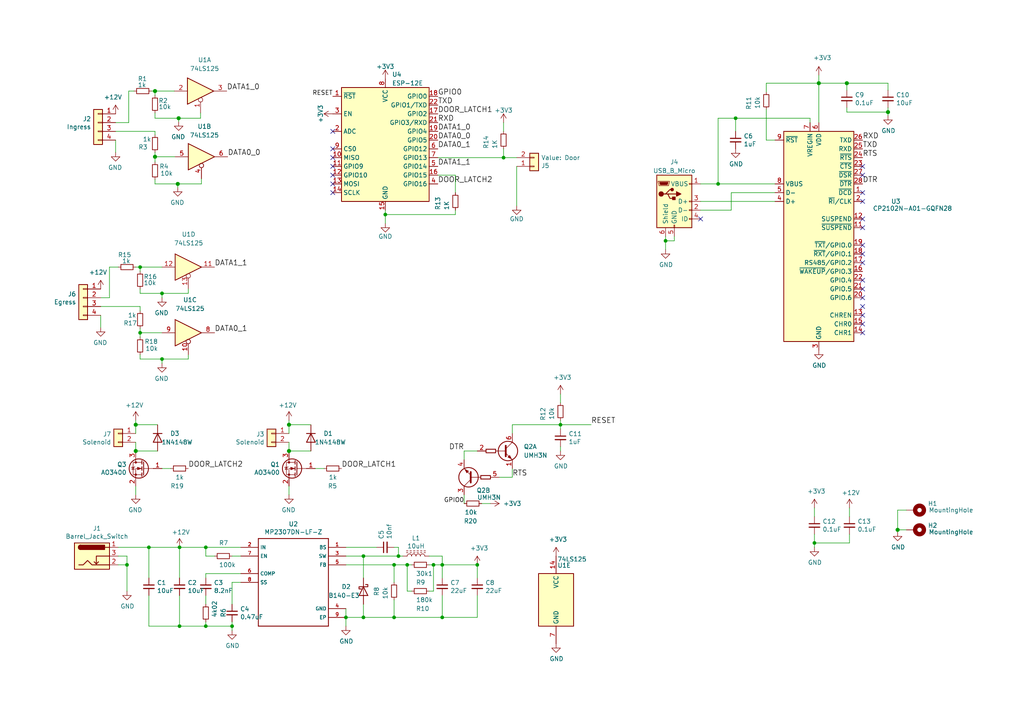
<source format=kicad_sch>
(kicad_sch (version 20230819) (generator eeschema)
  (paper "A4")
  (lib_symbols
    (symbol "74xx:74LS125"
      (property "Reference" "U" (at 0 1.27 0))
      (property "Value" "74LS125" (at 0 -1.27 0))
      (symbol "74LS125_1_0"
        (pin input inverted (at 0 -6.35 90) (length 4.445) (name "~") (number "1"))
        (pin input line (at -7.62 0 0) (length 3.81) (name "~") (number "2"))
        (pin tri_state line (at 7.62 0 180) (length 3.81) (name "~") (number "3"))
      )
      (symbol "74LS125_2_0"
        (pin input inverted (at 0 -6.35 90) (length 4.445) (name "~") (number "4"))
        (pin input line (at -7.62 0 0) (length 3.81) (name "~") (number "5"))
        (pin tri_state line (at 7.62 0 180) (length 3.81) (name "~") (number "6"))
      )
      (symbol "74LS125_3_0"
        (pin input inverted (at 0 -6.35 90) (length 4.445) (name "~") (number "10"))
        (pin tri_state line (at 7.62 0 180) (length 3.81) (name "~") (number "8"))
        (pin input line (at -7.62 0 0) (length 3.81) (name "~") (number "9"))
      )
      (symbol "74LS125_4_0"
        (pin tri_state line (at 7.62 0 180) (length 3.81) (name "~") (number "11"))
        (pin input line (at -7.62 0 0) (length 3.81) (name "~") (number "12"))
        (pin input inverted (at 0 -6.35 90) (length 4.445) (name "~") (number "13"))
      )
      (symbol "74LS125_5_0"
        (pin power_in line (at 0 12.7 270) (length 5.08) (name "VCC") (number "14"))
        (pin power_in line (at 0 -12.7 90) (length 5.08) (name "GND") (number "7"))
      )
    )
    (symbol "Connector:Barrel_Jack_Switch" (pin_names hide)
      (property "Reference" "J" (at 0 5.334 0))
      (property "Value" "Barrel_Jack_Switch" (at 0 -5.08 0))
      (symbol "Barrel_Jack_Switch_1_1"
        (pin passive line (at 7.62 2.54 180) (length 2.54) (name "~") (number "1"))
        (pin passive line (at 7.62 -2.54 180) (length 2.54) (name "~") (number "2"))
        (pin passive line (at 7.62 0 180) (length 2.54) (name "~") (number "3"))
      )
    )
    (symbol "Connector:USB_B_Micro" (pin_names (offset 1.016))
      (property "Reference" "J" (at -5.08 11.43 0))
      (property "Value" "USB_B_Micro" (at -5.08 8.89 0))
      (symbol "USB_B_Micro_1_1"
        (pin power_out line (at 7.62 5.08 180) (length 2.54) (name "VBUS") (number "1"))
        (pin bidirectional line (at 7.62 -2.54 180) (length 2.54) (name "D-") (number "2"))
        (pin bidirectional line (at 7.62 0 180) (length 2.54) (name "D+") (number "3"))
        (pin passive line (at 7.62 -5.08 180) (length 2.54) (name "ID") (number "4"))
        (pin power_out line (at 0 -10.16 90) (length 2.54) (name "GND") (number "5"))
        (pin passive line (at -2.54 -10.16 90) (length 2.54) (name "Shield") (number "6"))
      )
    )
    (symbol "Connector_Generic:Conn_01x02" (pin_names hide)
      (property "Reference" "J" (at 0 2.54 0))
      (property "Value" "Conn_01x02" (at 0 -5.08 0))
      (symbol "Conn_01x02_1_1"
        (pin passive line (at -5.08 0 0) (length 3.81) (name "Pin_1") (number "1"))
        (pin passive line (at -5.08 -2.54 0) (length 3.81) (name "Pin_2") (number "2"))
      )
    )
    (symbol "Connector_Generic:Conn_01x04" (pin_names hide)
      (property "Reference" "J" (at 0 5.08 0))
      (property "Value" "Conn_01x04" (at 0 -7.62 0))
      (symbol "Conn_01x04_1_1"
        (pin passive line (at -5.08 2.54 0) (length 3.81) (name "Pin_1") (number "1"))
        (pin passive line (at -5.08 0 0) (length 3.81) (name "Pin_2") (number "2"))
        (pin passive line (at -5.08 -2.54 0) (length 3.81) (name "Pin_3") (number "3"))
        (pin passive line (at -5.08 -5.08 0) (length 3.81) (name "Pin_4") (number "4"))
      )
    )
    (symbol "Device:C_Small" (pin_numbers hide) (pin_names (offset 0.254) hide)
      (property "Reference" "C" (at 0.254 1.778 0))
      (property "Value" "C_Small" (at 0.254 -2.032 0))
      (symbol "C_Small_1_1"
        (pin passive line (at 0 2.54 270) (length 2.032) (name "~") (number "1"))
        (pin passive line (at 0 -2.54 90) (length 2.032) (name "~") (number "2"))
      )
    )
    (symbol "Device:L_Core_Ferrite" (pin_numbers hide) (pin_names hide)
      (property "Reference" "L" (at -1.27 0 90))
      (property "Value" "L_Core_Ferrite" (at 2.794 0 90))
      (symbol "L_Core_Ferrite_1_1"
        (pin passive line (at 0 3.81 270) (length 1.27) (name "1") (number "1"))
        (pin passive line (at 0 -3.81 90) (length 1.27) (name "2") (number "2"))
      )
    )
    (symbol "Device:R_Small" (pin_numbers hide) (pin_names (offset 0.254) hide)
      (property "Reference" "R" (at 0.762 0.508 0))
      (property "Value" "R_Small" (at 0.762 -1.016 0))
      (symbol "R_Small_1_1"
        (pin passive line (at 0 2.54 270) (length 0.762) (name "~") (number "1"))
        (pin passive line (at 0 -2.54 90) (length 0.762) (name "~") (number "2"))
      )
    )
    (symbol "Device:R_Small_3" (pin_numbers hide) (pin_names (offset 0.254) hide)
      (property "Reference" "R" (at 0.762 0.508 0))
      (property "Value" "R_Small" (at 0.762 -1.016 0))
      (symbol "R_Small_3_1_1"
        (pin passive line (at 0 2.54 270) (length 0.762) (name "~") (number "1"))
        (pin passive line (at 0 -2.54 90) (length 0.762) (name "~") (number "2"))
      )
    )
    (symbol "Diode:1N4148W" (pin_numbers hide) (pin_names hide)
      (property "Reference" "D" (at 0 2.54 0))
      (property "Value" "1N4148W" (at 0 -2.54 0))
      (symbol "1N4148W_1_1"
        (pin passive line (at -3.81 0 0) (length 2.54) (name "K") (number "1"))
        (pin passive line (at 3.81 0 180) (length 2.54) (name "A") (number "2"))
      )
    )
    (symbol "Diode:B140-E3" (pin_numbers hide) (pin_names hide)
      (property "Reference" "D" (at 0 2.54 0))
      (property "Value" "B140-E3" (at 0 -2.54 0))
      (symbol "B140-E3_1_1"
        (pin passive line (at -3.81 0 0) (length 2.54) (name "K") (number "1"))
        (pin passive line (at 3.81 0 180) (length 2.54) (name "A") (number "2"))
      )
    )
    (symbol "Interface_USB:CP2102N-Axx-xQFN28"
      (property "Reference" "U" (at -8.89 31.75 0))
      (property "Value" "CP2102N-Axx-xQFN28" (at 12.7 31.75 0))
      (symbol "CP2102N-Axx-xQFN28_1_1"
        (pin input line (at 12.7 12.7 180) (length 2.54) (name "~{DCD}") (number "1"))
        (pin no_connect line (at -10.16 -27.94 0) (length 2.54) hide (name "NC") (number "10"))
        (pin output line (at 12.7 2.54 180) (length 2.54) (name "~{SUSPEND}") (number "11"))
        (pin output line (at 12.7 5.08 180) (length 2.54) (name "SUSPEND") (number "12"))
        (pin output line (at 12.7 -22.86 180) (length 2.54) (name "CHREN") (number "13"))
        (pin output line (at 12.7 -27.94 180) (length 2.54) (name "CHR1") (number "14"))
        (pin output line (at 12.7 -25.4 180) (length 2.54) (name "CHR0") (number "15"))
        (pin bidirectional line (at 12.7 -10.16 180) (length 2.54) (name "~{WAKEUP}/GPIO.3") (number "16"))
        (pin bidirectional line (at 12.7 -7.62 180) (length 2.54) (name "RS485/GPIO.2") (number "17"))
        (pin bidirectional line (at 12.7 -5.08 180) (length 2.54) (name "~{RXT}/GPIO.1") (number "18"))
        (pin bidirectional line (at 12.7 -2.54 180) (length 2.54) (name "~{TXT}/GPIO.0") (number "19"))
        (pin bidirectional line (at 12.7 10.16 180) (length 2.54) (name "~{RI}/CLK") (number "2"))
        (pin bidirectional line (at 12.7 -17.78 180) (length 2.54) (name "GPIO.6") (number "20"))
        (pin bidirectional line (at 12.7 -15.24 180) (length 2.54) (name "GPIO.5") (number "21"))
        (pin bidirectional line (at 12.7 -12.7 180) (length 2.54) (name "GPIO.4") (number "22"))
        (pin input line (at 12.7 20.32 180) (length 2.54) (name "~{CTS}") (number "23"))
        (pin output line (at 12.7 22.86 180) (length 2.54) (name "~{RTS}") (number "24"))
        (pin input line (at 12.7 25.4 180) (length 2.54) (name "RXD") (number "25"))
        (pin output line (at 12.7 27.94 180) (length 2.54) (name "TXD") (number "26"))
        (pin input line (at 12.7 17.78 180) (length 2.54) (name "~{DSR}") (number "27"))
        (pin output line (at 12.7 15.24 180) (length 2.54) (name "~{DTR}") (number "28"))
        (pin passive line (at 0 -33.02 90) (length 2.54) hide (name "GND") (number "29"))
        (pin power_in line (at 0 -33.02 90) (length 2.54) (name "GND") (number "3"))
        (pin bidirectional line (at -12.7 10.16 0) (length 2.54) (name "D+") (number "4"))
        (pin bidirectional line (at -12.7 12.7 0) (length 2.54) (name "D-") (number "5"))
        (pin power_in line (at 0 33.02 270) (length 2.54) (name "VDD") (number "6"))
        (pin power_in line (at -2.54 33.02 270) (length 2.54) (name "VREGIN") (number "7"))
        (pin input line (at -12.7 15.24 0) (length 2.54) (name "VBUS") (number "8"))
        (pin input line (at -12.7 27.94 0) (length 2.54) (name "~{RST}") (number "9"))
      )
    )
    (symbol "Mechanical:MountingHole_Pad" (pin_numbers hide) (pin_names (offset 1.016) hide)
      (property "Reference" "H" (at 0 6.35 0))
      (property "Value" "MountingHole_Pad" (at 0 4.445 0))
      (symbol "MountingHole_Pad_1_1"
        (pin input line (at 0 -2.54 90) (length 2.54) (name "1") (number "1"))
      )
    )
    (symbol "RF_Module:ESP-12E"
      (property "Reference" "U" (at -12.7 19.05 0))
      (property "Value" "ESP-12E" (at 12.7 19.05 0))
      (symbol "ESP-12E_1_1"
        (pin input line (at -15.24 15.24 0) (length 2.54) (name "~{RST}") (number "1"))
        (pin bidirectional line (at -15.24 -2.54 0) (length 2.54) (name "MISO") (number "10"))
        (pin bidirectional line (at -15.24 -5.08 0) (length 2.54) (name "GPIO9") (number "11"))
        (pin bidirectional line (at -15.24 -7.62 0) (length 2.54) (name "GPIO10") (number "12"))
        (pin bidirectional line (at -15.24 -10.16 0) (length 2.54) (name "MOSI") (number "13"))
        (pin bidirectional line (at -15.24 -12.7 0) (length 2.54) (name "SCLK") (number "14"))
        (pin power_in line (at 0 -17.78 90) (length 2.54) (name "GND") (number "15"))
        (pin bidirectional line (at 15.24 -7.62 180) (length 2.54) (name "GPIO15") (number "16"))
        (pin bidirectional line (at 15.24 10.16 180) (length 2.54) (name "GPIO2") (number "17"))
        (pin bidirectional line (at 15.24 15.24 180) (length 2.54) (name "GPIO0") (number "18"))
        (pin bidirectional line (at 15.24 5.08 180) (length 2.54) (name "GPIO4") (number "19"))
        (pin input line (at -15.24 5.08 0) (length 2.54) (name "ADC") (number "2"))
        (pin bidirectional line (at 15.24 2.54 180) (length 2.54) (name "GPIO5") (number "20"))
        (pin bidirectional line (at 15.24 7.62 180) (length 2.54) (name "GPIO3/RXD") (number "21"))
        (pin bidirectional line (at 15.24 12.7 180) (length 2.54) (name "GPIO1/TXD") (number "22"))
        (pin input line (at -15.24 10.16 0) (length 2.54) (name "EN") (number "3"))
        (pin bidirectional line (at 15.24 -10.16 180) (length 2.54) (name "GPIO16") (number "4"))
        (pin bidirectional line (at 15.24 -5.08 180) (length 2.54) (name "GPIO14") (number "5"))
        (pin bidirectional line (at 15.24 0 180) (length 2.54) (name "GPIO12") (number "6"))
        (pin bidirectional line (at 15.24 -2.54 180) (length 2.54) (name "GPIO13") (number "7"))
        (pin power_in line (at 0 20.32 270) (length 2.54) (name "VCC") (number "8"))
        (pin input line (at -15.24 0 0) (length 2.54) (name "CS0") (number "9"))
      )
    )
    (symbol "Transistor_BJT:UMH3N" (pin_names hide)
      (property "Reference" "Q" (at 7.62 1.27 0))
      (property "Value" "UMH3N" (at 7.62 -1.27 0))
      (symbol "UMH3N_1_1"
        (pin passive line (at 5.08 -5.08 90) (length 2.54) (name "E1") (number "1"))
        (pin input line (at -5.08 0 0) (length 2.54) (name "B1") (number "2"))
        (pin passive line (at 5.08 5.08 270) (length 2.54) (name "C1") (number "6"))
      )
      (symbol "UMH3N_2_1"
        (pin passive line (at 5.08 5.08 270) (length 2.54) (name "C2") (number "3"))
        (pin passive line (at 5.08 -5.08 90) (length 2.54) (name "E2") (number "4"))
        (pin input line (at -5.08 0 0) (length 2.54) (name "B2") (number "5"))
      )
    )
    (symbol "Transistor_FET:2N7002K" (pin_names hide)
      (property "Reference" "Q" (at 5.08 1.905 0))
      (property "Value" "2N7002K" (at 5.08 0 0))
      (symbol "2N7002K_1_1"
        (pin input line (at -5.08 0 0) (length 2.54) (name "G") (number "1"))
        (pin passive line (at 2.54 -5.08 90) (length 2.54) (name "S") (number "2"))
        (pin passive line (at 2.54 5.08 270) (length 2.54) (name "D") (number "3"))
      )
    )
    (symbol "catflap-rescue:GND-power" (power) (pin_names (offset 0))
      (property "Value" "GND-power" (at 0 -3.81 0))
      (symbol "GND-power_1_1"
        (pin power_in line (at 0 0 270) (length 0) hide (name "GND") (number "1"))
      )
    )
    (symbol "mp2307:MP2307DN-LF-Z"
      (property "Reference" "U" (at -10.16 13.335 0))
      (property "Value" "MP2307DN-LF-Z" (at -10.16 -15.24 0))
      (symbol "MP2307DN-LF-Z_0_0"
        (pin passive line (at 15.24 10.16 180) (length 5.08) (name "BS") (number "1"))
        (pin input line (at -15.24 10.16 0) (length 5.08) (name "IN") (number "2"))
        (pin output line (at 15.24 7.62 180) (length 5.08) (name "SW") (number "3"))
        (pin power_in line (at 15.24 -7.62 180) (length 5.08) (name "GND") (number "4"))
        (pin input line (at 15.24 5.08 180) (length 5.08) (name "FB") (number "5"))
        (pin passive line (at -15.24 2.54 0) (length 5.08) (name "COMP") (number "6"))
        (pin input line (at -15.24 7.62 0) (length 5.08) (name "EN") (number "7"))
        (pin passive line (at -15.24 0 0) (length 5.08) (name "SS") (number "8"))
        (pin power_in line (at 15.24 -10.16 180) (length 5.08) (name "EP") (number "9"))
      )
    )
    (symbol "power:+12V" (power) (pin_names (offset 0))
      (property "Value" "+12V" (at 0 3.556 0))
      (symbol "+12V_1_1"
        (pin power_in line (at 0 0 90) (length 0) hide (name "+12V") (number "1"))
      )
    )
    (symbol "power:+3.3V" (power) (pin_names (offset 0))
      (property "Value" "+3.3V" (at 0 3.556 0))
      (symbol "+3.3V_1_1"
        (pin power_in line (at 0 0 90) (length 0) hide (name "+3V3") (number "1"))
      )
    )
    (symbol "power:+3V3" (power) (pin_names (offset 0))
      (property "Value" "+3V3" (at 0 3.556 0))
      (symbol "+3V3_1_1"
        (pin power_in line (at 0 0 90) (length 0) hide (name "+3V3") (number "1"))
      )
    )
    (symbol "power:GND" (power) (pin_names (offset 0))
      (property "Value" "GND" (at 0 -3.81 0))
      (symbol "GND_1_1"
        (pin power_in line (at 0 0 270) (length 0) hide (name "GND") (number "1"))
      )
    )
  )
  (junction (at 51.816 34.29) (diameter 1.016))
  (junction (at 146.05 45.72))
  (junction (at 236.22 157.48))
  (junction (at 67.31 181.61))
  (junction (at 44.958 45.466) (diameter 1.016))
  (junction (at 138.43 163.83))
  (junction (at 40.64 77.47))
  (junction (at 213.36 34.29))
  (junction (at 118.11 163.83))
  (junction (at 237.49 24.13) (diameter 1.016))
  (junction (at 43.18 158.75))
  (junction (at 105.41 179.07))
  (junction (at 39.37 123.19) (diameter 1.016))
  (junction (at 105.41 161.29))
  (junction (at 111.76 62.23))
  (junction (at 193.04 69.85))
  (junction (at 260.35 153.67) (diameter 1.016))
  (junction (at 44.958 26.416) (diameter 1.016))
  (junction (at 162.56 123.19))
  (junction (at 39.37 130.81) (diameter 1.016))
  (junction (at 115.57 161.29))
  (junction (at 257.556 32.512) (diameter 1.016))
  (junction (at 125.73 163.83))
  (junction (at 46.99 85.09))
  (junction (at 51.562 53.34) (diameter 1.016))
  (junction (at 52.07 158.75))
  (junction (at 59.69 158.75))
  (junction (at 46.99 104.14))
  (junction (at 83.82 123.19) (diameter 1.016))
  (junction (at 36.83 163.83))
  (junction (at 83.82 130.81) (diameter 1.016))
  (junction (at 114.3 163.83))
  (junction (at 128.27 163.83))
  (junction (at 128.27 179.07))
  (junction (at 208.28 53.34))
  (junction (at 59.69 181.61))
  (junction (at 245.618 24.13) (diameter 1.016))
  (junction (at 114.3 179.07))
  (junction (at 40.64 96.52))
  (junction (at 52.07 181.61))
  (junction (at 100.33 179.07))
  (no_connect (at 250.19 86.36))
  (no_connect (at 250.19 63.5))
  (no_connect (at 250.19 50.8))
  (no_connect (at 96.52 55.88))
  (no_connect (at 96.52 45.72))
  (no_connect (at 250.19 58.42))
  (no_connect (at 96.52 38.1))
  (no_connect (at 250.19 71.12))
  (no_connect (at 203.2 63.5))
  (no_connect (at 96.52 43.18))
  (no_connect (at 96.52 50.8))
  (no_connect (at 250.19 66.04))
  (no_connect (at 250.19 88.9))
  (no_connect (at 96.52 53.34))
  (no_connect (at 250.19 55.88))
  (no_connect (at 250.19 81.28))
  (no_connect (at 250.19 83.82))
  (no_connect (at 250.19 73.66))
  (no_connect (at 250.19 76.2))
  (no_connect (at 250.19 93.98))
  (no_connect (at 250.19 96.52))
  (no_connect (at 250.19 48.26))
  (no_connect (at 250.19 91.44))
  (no_connect (at 96.52 48.26))
  (wire (pts (xy 245.618 32.512) (xy 257.556 32.512)))
  (wire (pts (xy 67.31 181.61) (xy 67.31 182.88)))
  (wire (pts (xy 203.2 53.34) (xy 208.28 53.34)))
  (wire (pts (xy 148.59 138.43) (xy 144.78 138.43)))
  (wire (pts (xy 44.958 45.466) (xy 50.8 45.466)))
  (wire (pts (xy 45.72 123.19) (xy 39.37 123.19)))
  (wire (pts (xy 203.2 58.42) (xy 224.79 58.42)))
  (wire (pts (xy 245.618 24.13) (xy 257.556 24.13)))
  (wire (pts (xy 245.618 24.13) (xy 245.618 26.162)))
  (wire (pts (xy 195.58 69.85) (xy 193.04 69.85)))
  (wire (pts (xy 83.82 130.81) (xy 83.82 128.27)))
  (wire (pts (xy 58.166 34.29) (xy 58.166 32.766)))
  (wire (pts (xy 69.85 166.37) (xy 59.69 166.37)))
  (wire (pts (xy 54.61 85.09) (xy 54.61 83.82)))
  (wire (pts (xy 90.17 123.19) (xy 83.82 123.19)))
  (wire (pts (xy 44.958 38.1) (xy 44.958 39.116)))
  (wire (pts (xy 44.958 26.416) (xy 50.546 26.416)))
  (wire (pts (xy 52.07 181.61) (xy 59.69 181.61)))
  (wire (pts (xy 43.18 172.72) (xy 43.18 181.61)))
  (wire (pts (xy 46.99 85.09) (xy 54.61 85.09)))
  (wire (pts (xy 39.37 140.97) (xy 39.37 143.51)))
  (wire (pts (xy 257.556 31.242) (xy 257.556 32.512)))
  (wire (pts (xy 59.69 161.29) (xy 59.69 158.75)))
  (wire (pts (xy 39.37 123.19) (xy 39.37 125.73)))
  (wire (pts (xy 213.36 34.29) (xy 213.36 38.1)))
  (wire (pts (xy 46.99 104.14) (xy 46.99 105.41)))
  (wire (pts (xy 245.618 31.242) (xy 245.618 32.512)))
  (wire (pts (xy 49.53 135.89) (xy 46.99 135.89)))
  (wire (pts (xy 138.43 179.07) (xy 138.43 172.72)))
  (wire (pts (xy 39.37 130.81) (xy 39.37 128.27)))
  (wire (pts (xy 43.18 181.61) (xy 52.07 181.61)))
  (wire (pts (xy 222.25 24.13) (xy 237.49 24.13)))
  (wire (pts (xy 43.18 158.75) (xy 52.07 158.75)))
  (wire (pts (xy 100.33 179.07) (xy 105.41 179.07)))
  (wire (pts (xy 193.04 69.85) (xy 193.04 72.39)))
  (wire (pts (xy 40.64 95.25) (xy 40.64 96.52)))
  (wire (pts (xy 40.64 96.52) (xy 46.99 96.52)))
  (wire (pts (xy 33.528 35.56) (xy 37.338 35.56)))
  (wire (pts (xy 40.64 104.14) (xy 46.99 104.14)))
  (wire (pts (xy 44.958 26.416) (xy 44.958 27.686)))
  (wire (pts (xy 222.25 40.64) (xy 224.79 40.64)))
  (wire (pts (xy 237.49 24.13) (xy 237.49 35.56)))
  (wire (pts (xy 236.22 157.48) (xy 246.38 157.48)))
  (wire (pts (xy 162.56 123.19) (xy 162.56 124.46)))
  (wire (pts (xy 213.36 34.29) (xy 234.95 34.29)))
  (wire (pts (xy 134.62 130.81) (xy 134.62 133.35)))
  (wire (pts (xy 52.07 158.75) (xy 59.69 158.75)))
  (wire (pts (xy 124.46 161.29) (xy 128.27 161.29)))
  (wire (pts (xy 100.33 179.07) (xy 100.33 181.61)))
  (wire (pts (xy 100.33 158.75) (xy 109.22 158.75)))
  (wire (pts (xy 234.95 35.56) (xy 234.95 34.29)))
  (wire (pts (xy 51.816 34.29) (xy 58.166 34.29)))
  (wire (pts (xy 44.958 45.466) (xy 44.958 46.99)))
  (wire (pts (xy 236.22 147.32) (xy 236.22 149.86)))
  (wire (pts (xy 105.41 175.26) (xy 105.41 179.07)))
  (wire (pts (xy 246.38 147.32) (xy 246.38 149.86)))
  (wire (pts (xy 146.05 45.72) (xy 149.86 45.72)))
  (wire (pts (xy 39.37 121.92) (xy 39.37 123.19)))
  (wire (pts (xy 45.72 130.81) (xy 39.37 130.81)))
  (wire (pts (xy 237.49 21.844) (xy 237.49 24.13)))
  (wire (pts (xy 236.22 154.94) (xy 236.22 157.48)))
  (wire (pts (xy 100.33 161.29) (xy 105.41 161.29)))
  (wire (pts (xy 132.08 50.8) (xy 132.08 55.88)))
  (wire (pts (xy 128.27 179.07) (xy 138.43 179.07)))
  (wire (pts (xy 31.75 86.36) (xy 29.21 86.36)))
  (wire (pts (xy 44.958 44.196) (xy 44.958 45.466)))
  (wire (pts (xy 90.17 130.81) (xy 83.82 130.81)))
  (wire (pts (xy 67.31 175.26) (xy 67.31 168.91)))
  (wire (pts (xy 51.562 53.34) (xy 51.562 54.356)))
  (wire (pts (xy 128.27 179.07) (xy 128.27 172.72)))
  (wire (pts (xy 260.35 153.67) (xy 260.35 154.305)))
  (wire (pts (xy 46.99 104.14) (xy 54.61 104.14)))
  (wire (pts (xy 40.64 85.09) (xy 46.99 85.09)))
  (wire (pts (xy 212.09 60.96) (xy 203.2 60.96)))
  (wire (pts (xy 148.59 123.19) (xy 162.56 123.19)))
  (wire (pts (xy 69.85 158.75) (xy 59.69 158.75)))
  (wire (pts (xy 118.11 171.45) (xy 119.38 171.45)))
  (wire (pts (xy 124.46 171.45) (xy 125.73 171.45)))
  (wire (pts (xy 43.18 158.75) (xy 43.18 167.64)))
  (wire (pts (xy 34.29 163.83) (xy 36.83 163.83)))
  (wire (pts (xy 260.35 147.955) (xy 262.89 147.955)))
  (wire (pts (xy 34.29 158.75) (xy 43.18 158.75)))
  (wire (pts (xy 39.37 77.47) (xy 40.64 77.47)))
  (wire (pts (xy 111.76 60.96) (xy 111.76 62.23)))
  (wire (pts (xy 54.61 104.14) (xy 54.61 102.87)))
  (wire (pts (xy 212.09 55.88) (xy 212.09 60.96)))
  (wire (pts (xy 29.21 88.9) (xy 40.64 88.9)))
  (wire (pts (xy 134.62 130.81) (xy 138.43 130.81)))
  (wire (pts (xy 146.05 43.18) (xy 146.05 45.72)))
  (wire (pts (xy 114.3 179.07) (xy 128.27 179.07)))
  (wire (pts (xy 59.69 166.37) (xy 59.69 167.64)))
  (wire (pts (xy 193.04 68.58) (xy 193.04 69.85)))
  (wire (pts (xy 128.27 161.29) (xy 128.27 163.83)))
  (wire (pts (xy 134.62 143.51) (xy 134.62 146.05)))
  (wire (pts (xy 40.64 96.52) (xy 40.64 97.79)))
  (wire (pts (xy 105.41 161.29) (xy 115.57 161.29)))
  (wire (pts (xy 67.31 161.29) (xy 69.85 161.29)))
  (wire (pts (xy 237.49 24.13) (xy 245.618 24.13)))
  (wire (pts (xy 195.58 68.58) (xy 195.58 69.85)))
  (wire (pts (xy 51.816 34.29) (xy 51.816 35.306)))
  (wire (pts (xy 40.64 77.47) (xy 40.64 78.74)))
  (wire (pts (xy 40.64 77.47) (xy 46.99 77.47)))
  (wire (pts (xy 162.56 129.54) (xy 162.56 130.81)))
  (wire (pts (xy 36.83 161.29) (xy 36.83 163.83)))
  (wire (pts (xy 260.35 147.955) (xy 260.35 153.67)))
  (wire (pts (xy 100.33 163.83) (xy 114.3 163.83)))
  (wire (pts (xy 59.69 180.34) (xy 59.69 181.61)))
  (wire (pts (xy 67.31 168.91) (xy 69.85 168.91)))
  (wire (pts (xy 208.28 34.29) (xy 213.36 34.29)))
  (wire (pts (xy 236.22 157.48) (xy 236.22 158.75)))
  (wire (pts (xy 36.83 163.83) (xy 36.83 171.45)))
  (wire (pts (xy 115.57 161.29) (xy 116.84 161.29)))
  (wire (pts (xy 67.31 180.34) (xy 67.31 181.61)))
  (wire (pts (xy 128.27 163.83) (xy 128.27 167.64)))
  (wire (pts (xy 124.46 163.83) (xy 125.73 163.83)))
  (wire (pts (xy 83.82 121.92) (xy 83.82 123.19)))
  (wire (pts (xy 115.57 158.75) (xy 115.57 161.29)))
  (wire (pts (xy 208.28 53.34) (xy 224.79 53.34)))
  (wire (pts (xy 142.24 146.05) (xy 139.7 146.05)))
  (wire (pts (xy 114.3 158.75) (xy 115.57 158.75)))
  (wire (pts (xy 260.35 153.67) (xy 262.89 153.67)))
  (wire (pts (xy 59.69 172.72) (xy 59.69 175.26)))
  (wire (pts (xy 257.556 32.512) (xy 257.556 33.528)))
  (wire (pts (xy 257.556 24.13) (xy 257.556 26.162)))
  (wire (pts (xy 125.73 163.83) (xy 125.73 171.45)))
  (wire (pts (xy 246.38 154.94) (xy 246.38 157.48)))
  (wire (pts (xy 125.73 163.83) (xy 128.27 163.83)))
  (wire (pts (xy 58.42 53.34) (xy 58.42 51.816)))
  (wire (pts (xy 52.07 158.75) (xy 52.07 167.64)))
  (wire (pts (xy 146.05 35.56) (xy 146.05 38.1)))
  (wire (pts (xy 40.64 88.9) (xy 40.64 90.17)))
  (wire (pts (xy 38.862 26.416) (xy 37.338 26.416)))
  (wire (pts (xy 111.76 62.23) (xy 111.76 64.77)))
  (wire (pts (xy 224.79 55.88) (xy 212.09 55.88)))
  (wire (pts (xy 83.82 123.19) (xy 83.82 125.73)))
  (wire (pts (xy 111.76 62.23) (xy 132.08 62.23)))
  (wire (pts (xy 100.33 176.53) (xy 100.33 179.07)))
  (wire (pts (xy 43.942 26.416) (xy 44.958 26.416)))
  (wire (pts (xy 127 45.72) (xy 146.05 45.72)))
  (wire (pts (xy 52.07 172.72) (xy 52.07 181.61)))
  (wire (pts (xy 46.99 85.09) (xy 46.99 86.36)))
  (wire (pts (xy 148.59 135.89) (xy 148.59 138.43)))
  (wire (pts (xy 44.958 34.29) (xy 51.816 34.29)))
  (wire (pts (xy 37.338 26.416) (xy 37.338 35.56)))
  (wire (pts (xy 114.3 163.83) (xy 114.3 168.91)))
  (wire (pts (xy 118.11 163.83) (xy 118.11 171.45)))
  (wire (pts (xy 29.21 91.44) (xy 29.21 94.996)))
  (wire (pts (xy 33.528 38.1) (xy 44.958 38.1)))
  (wire (pts (xy 127 50.8) (xy 132.08 50.8)))
  (wire (pts (xy 222.25 31.75) (xy 222.25 40.64)))
  (wire (pts (xy 162.56 121.92) (xy 162.56 123.19)))
  (wire (pts (xy 51.562 53.34) (xy 58.42 53.34)))
  (wire (pts (xy 162.56 114.3) (xy 162.56 116.84)))
  (wire (pts (xy 114.3 163.83) (xy 118.11 163.83)))
  (wire (pts (xy 114.3 173.99) (xy 114.3 179.07)))
  (wire (pts (xy 132.08 60.96) (xy 132.08 62.23)))
  (wire (pts (xy 34.29 161.29) (xy 36.83 161.29)))
  (wire (pts (xy 208.28 34.29) (xy 208.28 53.34)))
  (wire (pts (xy 93.98 135.89) (xy 91.44 135.89)))
  (wire (pts (xy 162.56 123.19) (xy 171.45 123.19)))
  (wire (pts (xy 83.82 140.97) (xy 83.82 143.51)))
  (wire (pts (xy 118.11 163.83) (xy 119.38 163.83)))
  (wire (pts (xy 44.958 52.07) (xy 44.958 53.34)))
  (wire (pts (xy 40.64 83.82) (xy 40.64 85.09)))
  (wire (pts (xy 31.75 77.47) (xy 31.75 86.36)))
  (wire (pts (xy 44.958 53.34) (xy 51.562 53.34)))
  (wire (pts (xy 44.958 32.766) (xy 44.958 34.29)))
  (wire (pts (xy 59.69 181.61) (xy 67.31 181.61)))
  (wire (pts (xy 148.59 125.73) (xy 148.59 123.19)))
  (wire (pts (xy 128.27 163.83) (xy 138.43 163.83)))
  (wire (pts (xy 105.41 161.29) (xy 105.41 167.64)))
  (wire (pts (xy 62.23 161.29) (xy 59.69 161.29)))
  (wire (pts (xy 138.43 163.83) (xy 138.43 167.64)))
  (wire (pts (xy 40.64 102.87) (xy 40.64 104.14)))
  (wire (pts (xy 105.41 179.07) (xy 114.3 179.07)))
  (wire (pts (xy 33.528 40.64) (xy 33.528 44.196)))
  (wire (pts (xy 149.86 48.26) (xy 149.86 59.69)))
  (wire (pts (xy 34.29 77.47) (xy 31.75 77.47)))
  (wire (pts (xy 222.25 24.13) (xy 222.25 26.67)))
  (label "DOOR_LATCH2" (at 127 53.34 0) (effects (font (size 1.524 1.524))))
  (label "DATA0_1" (at 62.23 96.52 0) (effects (font (size 1.524 1.524))))
  (label "RXD" (at 250.19 40.64 0) (effects (font (size 1.524 1.524))))
  (label "DTR" (at 134.62 130.81 180) (effects (font (size 1.524 1.524))))
  (label "RESET" (at 171.45 123.19 0) (effects (font (size 1.524 1.524))))
  (label "DATA1_1" (at 62.23 77.47 0) (effects (font (size 1.524 1.524))))
  (label "DATA1_0" (at 65.786 26.416 0) (effects (font (size 1.524 1.524))))
  (label "DOOR_LATCH1" (at 99.06 135.89 0) (effects (font (size 1.524 1.524))))
  (label "RTS" (at 250.19 45.72 0) (effects (font (size 1.524 1.524))))
  (label "RTS" (at 148.59 138.43 0) (effects (font (size 1.524 1.524))))
  (label "GPIO0" (at 127 27.94 0) (effects (font (size 1.524 1.524))))
  (label "DTR" (at 250.19 53.34 0) (effects (font (size 1.524 1.524))))
  (label "DATA1_1" (at 127 48.26 0) (effects (font (size 1.524 1.524))))
  (label "RXD" (at 127 35.56 0) (effects (font (size 1.524 1.524))))
  (label "TXD" (at 127 30.48 0) (effects (font (size 1.524 1.524))))
  (label "DATA1_0" (at 127 38.1 0) (effects (font (size 1.524 1.524))))
  (label "TXD" (at 250.19 43.18 0) (effects (font (size 1.524 1.524))))
  (label "DATA0_0" (at 127 40.64 0) (effects (font (size 1.524 1.524))))
  (label "RESET" (at 96.52 27.94 180))
  (label "DOOR_LATCH2" (at 54.61 135.89 0) (effects (font (size 1.524 1.524))))
  (label "DATA0_0" (at 66.04 45.466 0) (effects (font (size 1.524 1.524))))
  (label "GPIO0" (at 134.62 146.05 180))
  (label "DOOR_LATCH1" (at 127 33.02 0) (effects (font (size 1.524 1.524))))
  (label "DATA0_1" (at 127 43.18 0) (effects (font (size 1.524 1.524))))
  (symbol (lib_id "Diode:B140-E3") (at 105.41 171.45 270) (unit 1)
    (property "Reference" "D2" (at 99.06 170.18 90) (effects (justify left)))
    (property "Value" "B140-E3" (at 95.25 172.72 90) (effects (justify left)))
    (property "Footprint" "Diode_SMD:D_SMA" (effects hide))
    (property "Datasheet" "http://www.vishay.com/docs/88946/b120.pdf" (effects hide))
  )
  (symbol (lib_id "Connector:USB_B_Micro") (at 195.58 58.42 0) (unit 1)
    (property "Reference" "J4" (at 195.58 46.99 0))
    (property "Value" "USB_B_Micro" (at 195.58 49.53 0))
    (property "Footprint" "Connector_USB:USB_Micro-B_Wuerth_614105150721_Vertical_CircularHoles" (effects hide))
  )
  (symbol (lib_id "Device:R_Small") (at 59.69 177.8 0) (unit 1)
    (property "Reference" "R6" (at 64.77 179.07 90) (effects (justify left)))
    (property "Value" "4k02" (at 62.23 179.07 90) (effects (justify left)))
    (property "Footprint" "Resistor_SMD:R_0603_1608Metric" (effects hide))
  )
  (symbol (lib_id "power:+3V3") (at 138.43 163.83 0) (unit 1)
    (property "Reference" "#PWR016" (effects hide))
    (property "Value" "+3V3" (at 138.9888 159.004 0))
  )
  (symbol (lib_id "Connector_Generic:Conn_01x02") (at 34.29 125.73 0) (mirror y) (unit 1)
    (property "Reference" "J7" (at 32.258 125.9332 0) (effects (justify left)))
    (property "Value" "Solenoid" (at 32.258 128.2446 0) (effects (justify left)))
    (property "Footprint" "Connector_JST:JST_PH_B2B-PH-K_1x02_P2.00mm_Vertical" (effects hide))
  )
  (symbol (lib_id "power:+12V") (at 39.37 121.92 0) (mirror y) (unit 1)
    (property "Reference" "#PWR033" (effects hide))
    (property "Value" "+12V" (at 38.989 117.5258 0))
  )
  (symbol (lib_id "Mechanical:MountingHole_Pad") (at 265.43 153.67 270) (unit 1) (in_bom no)
    (property "Reference" "H2" (at 269.1194 152.4001 90) (effects (justify left)))
    (property "Value" "MountingHole" (at 269.3607 154.3051 90) (effects (justify left)))
    (property "Footprint" "MountingHole:MountingHole_3.2mm_M3_Pad_Via" (effects hide))
  )
  (symbol (lib_id "Device:C_Small") (at 162.56 127 0) (unit 1)
    (property "Reference" "C11" (at 164.8968 125.8316 0) (effects (justify left)))
    (property "Value" "1uF" (at 164.8968 128.143 0) (effects (justify left)))
    (property "Footprint" "Capacitor_SMD:C_0603_1608Metric" (effects hide))
  )
  (symbol (lib_id "Device:C_Small") (at 245.618 28.702 0) (unit 1)
    (property "Reference" "C9" (at 247.9548 27.5336 0) (effects (justify left)))
    (property "Value" "0.1uF" (at 247.955 29.845 0) (effects (justify left)))
    (property "Footprint" "Capacitor_SMD:C_0603_1608Metric" (effects hide))
  )
  (symbol (lib_id "74xx:74LS125") (at 54.61 96.52 0) (unit 3)
    (property "Reference" "U1" (at 55.118 86.9696 0))
    (property "Value" "74LS125" (at 55.118 89.5096 0))
    (property "Datasheet" "http://www.ti.com/lit/gpn/sn74LS125" (effects hide))
  )
  (symbol (lib_id "Device:C_Small") (at 52.07 170.18 0) (unit 1)
    (property "Reference" "C2" (at 54.4068 169.0116 0) (effects (justify left)))
    (property "Value" "10uF" (at 54.4068 171.323 0) (effects (justify left)))
    (property "Footprint" "Capacitor_SMD:C_0805_2012Metric" (effects hide))
  )
  (symbol (lib_id "Device:R_Small") (at 40.64 81.28 0) (unit 1)
    (property "Reference" "R16" (at 41.656 80.264 0) (effects (justify left)))
    (property "Value" "10k" (at 41.656 82.042 0) (effects (justify left)))
    (property "Footprint" "Resistor_SMD:R_0603_1608Metric" (effects hide))
  )
  (symbol (lib_id "Connector:Barrel_Jack_Switch") (at 26.67 161.29 0) (unit 1)
    (property "Reference" "J1" (at 28.1178 153.2636 0))
    (property "Value" "Barrel_Jack_Switch" (at 28.1178 155.575 0))
    (property "Footprint" "Connector_BarrelJack:BarrelJack_Horizontal" (effects hide))
  )
  (symbol (lib_id "Device:C_Small") (at 67.31 177.8 0) (unit 1)
    (property "Reference" "C4" (at 69.6468 176.6316 0) (effects (justify left)))
    (property "Value" "0.47uF" (at 69.6468 178.943 0) (effects (justify left)))
    (property "Footprint" "Capacitor_SMD:C_0805_2012Metric" (effects hide))
  )
  (symbol (lib_id "Device:R_Small") (at 121.92 163.83 270) (unit 1)
    (property "Reference" "R9" (at 120.65 168.91 90) (effects (justify left)))
    (property "Value" "30k1" (at 120.65 166.37 90) (effects (justify left)))
    (property "Footprint" "Resistor_SMD:R_0805_2012Metric" (effects hide))
  )
  (symbol (lib_name "Device:R_Small_3") (lib_id "Device:R_Small") (at 132.08 58.42 0) (unit 1)
    (property "Reference" "R13" (at 127 60.96 90) (effects (justify left)))
    (property "Value" "1K" (at 129.54 60.96 90) (effects (justify left)))
    (property "Footprint" "Resistor_SMD:R_0603_1608Metric" (effects hide))
  )
  (symbol (lib_id "power:+3V3") (at 142.24 146.05 270) (unit 1)
    (property "Reference" "#PWR035" (effects hide))
    (property "Value" "+3V3" (at 148.59 146.05 90))
  )
  (symbol (lib_id "power:+3V3") (at 161.29 161.29 0) (unit 1)
    (property "Reference" "#PWR04" (effects hide))
    (property "Value" "+3V3" (at 161.8488 156.464 0))
  )
  (symbol (lib_id "74xx:74LS125") (at 54.61 77.47 0) (unit 4)
    (property "Reference" "U1" (at 54.7116 67.9704 0))
    (property "Value" "74LS125" (at 54.7116 70.5104 0))
    (property "Datasheet" "http://www.ti.com/lit/gpn/sn74LS125" (effects hide))
  )
  (symbol (lib_id "power:+3.3V") (at 146.05 35.56 0) (unit 1)
    (property "Reference" "#PWR036" (effects hide))
    (property "Value" "+3V3" (at 146.05 32.004 0))
  )
  (symbol (lib_id "Device:C_Small") (at 236.22 152.4 0) (unit 1)
    (property "Reference" "C12" (at 238.5568 151.2316 0) (effects (justify left)))
    (property "Value" "0.1uF" (at 238.557 153.543 0) (effects (justify left)))
    (property "Footprint" "Capacitor_SMD:C_0603_1608Metric" (effects hide))
  )
  (symbol (lib_id "power:+12V") (at 246.38 147.32 0) (unit 1)
    (property "Reference" "#PWR028" (effects hide))
    (property "Value" "+12V" (at 246.761 142.9258 0))
  )
  (symbol (lib_id "Device:C_Small") (at 128.27 170.18 0) (unit 1)
    (property "Reference" "C7" (at 130.6068 169.0116 0) (effects (justify left)))
    (property "Value" "22uF" (at 130.6068 171.323 0) (effects (justify left)))
    (property "Footprint" "Capacitor_SMD:C_0805_2012Metric" (effects hide))
  )
  (symbol (lib_id "Connector_Generic:Conn_01x02") (at 78.74 125.73 0) (mirror y) (unit 1)
    (property "Reference" "J3" (at 76.708 125.9332 0) (effects (justify left)))
    (property "Value" "Solenoid" (at 76.708 128.2446 0) (effects (justify left)))
    (property "Footprint" "Connector_JST:JST_PH_B2B-PH-K_1x02_P2.00mm_Vertical" (effects hide))
  )
  (symbol (lib_id "power:GND") (at 260.35 154.305 0) (unit 1)
    (property "Reference" "#PWR025" (effects hide))
    (property "Value" "GND" (at 260.477 158.6992 0))
  )
  (symbol (lib_id "power:GND") (at 161.29 186.69 0) (unit 1)
    (property "Reference" "#PWR05" (effects hide))
    (property "Value" "GND" (at 161.417 191.0842 0))
  )
  (symbol (lib_id "Diode:1N4148W") (at 45.72 127 270) (unit 1)
    (property "Reference" "D3" (at 52.07 125.73 90) (effects (justify right)))
    (property "Value" "1N4148W" (at 55.88 128.27 90) (effects (justify right)))
    (property "Footprint" "Diode_SMD:D_SOD-523" (effects hide))
    (property "Datasheet" "https://www.vishay.com/docs/85748/1n4148w.pdf" (effects hide))
  )
  (symbol (lib_id "Device:C_Small") (at 213.36 40.64 0) (unit 1)
    (property "Reference" "C6" (at 215.6968 39.4716 0) (effects (justify left)))
    (property "Value" "1uF" (at 215.697 41.783 0) (effects (justify left)))
    (property "Footprint" "Capacitor_SMD:C_0805_2012Metric" (effects hide))
  )
  (symbol (lib_id "Connector_Generic:Conn_01x04") (at 24.13 86.36 0) (mirror y) (unit 1)
    (property "Reference" "J6" (at 22.098 85.2932 0) (effects (justify left)))
    (property "Value" "Egress" (at 22.098 87.605 0) (effects (justify left)))
    (property "Footprint" "Connector_JST:JST_PH_B4B-PH-K_1x04_P2.00mm_Vertical" (effects hide))
  )
  (symbol (lib_id "power:GND") (at 51.562 54.356 0) (mirror y) (unit 1)
    (property "Reference" "#PWR010" (effects hide))
    (property "Value" "GND" (at 51.435 58.7502 0))
  )
  (symbol (lib_id "power:GND") (at 162.56 130.81 0) (unit 1)
    (property "Reference" "#PWR024" (effects hide))
    (property "Value" "GND" (at 162.687 135.2042 0))
  )
  (symbol (lib_id "power:GND") (at 111.76 64.77 0) (unit 1)
    (property "Reference" "#PWR022" (effects hide))
    (property "Value" "GND" (at 111.76 68.58 0))
  )
  (symbol (lib_id "Connector_Generic:Conn_01x02") (at 154.94 48.26 0) (mirror x) (unit 1)
    (property "Reference" "J5" (at 156.972 48.0568 0) (effects (justify left)))
    (property "Value" "Door" (at 156.972 45.7454 0) (show_name) (effects (justify left)))
    (property "Footprint" "Connector_JST:JST_PH_B2B-PH-K_1x02_P2.00mm_Vertical" (effects hide))
  )
  (symbol (lib_id "Device:R_Small") (at 96.52 135.89 90) (mirror x) (unit 1)
    (property "Reference" "R5" (at 97.79 140.97 90) (effects (justify left)))
    (property "Value" "1k" (at 97.79 138.43 90) (effects (justify left)))
    (property "Footprint" "Resistor_SMD:R_0603_1608Metric" (effects hide))
  )
  (symbol (lib_id "Transistor_FET:2N7002K") (at 41.91 135.89 0) (mirror y) (unit 1)
    (property "Reference" "Q3" (at 36.7284 134.7216 0) (effects (justify left)))
    (property "Value" "AO3400" (at 36.7284 137.033 0) (effects (justify left)))
    (property "Footprint" "Package_TO_SOT_SMD:SOT-23" (effects hide))
    (property "Datasheet" "https://www.diodes.com/assets/Datasheets/ds30896.pdf" (effects hide))
  )
  (symbol (lib_id "power:+12V") (at 33.528 33.02 0) (mirror y) (unit 1)
    (property "Reference" "#PWR02" (effects hide))
    (property "Value" "+12V" (at 32.766 28.194 0))
  )
  (symbol (lib_id "Device:C_Small") (at 138.43 170.18 0) (unit 1)
    (property "Reference" "C8" (at 140.7668 169.0116 0) (effects (justify left)))
    (property "Value" "22uF" (at 140.7668 171.323 0) (effects (justify left)))
    (property "Footprint" "Capacitor_SMD:C_0805_2012Metric" (effects hide))
  )
  (symbol (lib_id "power:GND") (at 213.36 43.18 0) (unit 1)
    (property "Reference" "#PWR015" (effects hide))
    (property "Value" "GND" (at 213.487 47.5742 0))
  )
  (symbol (lib_id "Device:R_Small") (at 44.958 49.53 0) (unit 1)
    (property "Reference" "R4" (at 46.228 48.26 0) (effects (justify left)))
    (property "Value" "10k" (at 46.482 50.292 0) (effects (justify left)))
    (property "Footprint" "Resistor_SMD:R_0603_1608Metric" (effects hide))
  )
  (symbol (lib_id "power:GND") (at 29.21 94.996 0) (mirror y) (unit 1)
    (property "Reference" "#PWR030" (effects hide))
    (property "Value" "GND" (at 29.083 99.3902 0))
  )
  (symbol (lib_id "Device:C_Small") (at 43.18 170.18 0) (unit 1)
    (property "Reference" "C1" (at 45.5168 169.0116 0) (effects (justify left)))
    (property "Value" "10uF" (at 45.5168 171.323 0) (effects (justify left)))
    (property "Footprint" "Capacitor_SMD:C_0805_2012Metric" (effects hide))
  )
  (symbol (lib_id "power:GND") (at 33.528 44.196 0) (mirror y) (unit 1)
    (property "Reference" "#PWR03" (effects hide))
    (property "Value" "GND" (at 33.401 48.5902 0))
  )
  (symbol (lib_id "Connector_Generic:Conn_01x04") (at 28.448 35.56 0) (mirror y) (unit 1)
    (property "Reference" "J2" (at 26.416 34.4932 0) (effects (justify left)))
    (property "Value" "Ingress" (at 26.416 36.805 0) (effects (justify left)))
    (property "Footprint" "Connector_JST:JST_PH_B4B-PH-K_1x04_P2.00mm_Vertical" (effects hide))
  )
  (symbol (lib_id "power:GND") (at 257.556 33.528 0) (unit 1)
    (property "Reference" "#PWR019" (effects hide))
    (property "Value" "GND" (at 257.683 37.9222 0))
  )
  (symbol (lib_id "Device:R_Small") (at 44.958 30.226 0) (unit 1)
    (property "Reference" "R2" (at 45.974 29.21 0) (effects (justify left)))
    (property "Value" "10k" (at 45.974 30.988 0) (effects (justify left)))
    (property "Footprint" "Resistor_SMD:R_0603_1608Metric" (effects hide))
  )
  (symbol (lib_id "Device:C_Small") (at 257.556 28.702 0) (unit 1)
    (property "Reference" "C10" (at 259.8928 27.5336 0) (effects (justify left)))
    (property "Value" "10uF" (at 259.893 29.845 0) (effects (justify left)))
    (property "Footprint" "Capacitor_SMD:C_0805_2012Metric" (effects hide))
  )
  (symbol (lib_id "Device:R_Small") (at 40.64 100.33 0) (unit 1)
    (property "Reference" "R18" (at 41.91 99.06 0) (effects (justify left)))
    (property "Value" "10k" (at 42.164 101.092 0) (effects (justify left)))
    (property "Footprint" "Resistor_SMD:R_0603_1608Metric" (effects hide))
  )
  (symbol (lib_id "Transistor_FET:2N7002K") (at 86.36 135.89 0) (mirror y) (unit 1)
    (property "Reference" "Q1" (at 81.1784 134.7216 0) (effects (justify left)))
    (property "Value" "AO3400" (at 81.1784 137.033 0) (effects (justify left)))
    (property "Footprint" "Package_TO_SOT_SMD:SOT-23" (effects hide))
    (property "Datasheet" "https://www.diodes.com/assets/Datasheets/ds30896.pdf" (effects hide))
  )
  (symbol (lib_id "Device:R_Small") (at 162.56 119.38 180) (unit 1)
    (property "Reference" "R12" (at 157.48 118.11 90) (effects (justify left)))
    (property "Value" "10k" (at 160.02 118.11 90) (effects (justify left)))
    (property "Footprint" "Resistor_SMD:R_0603_1608Metric" (effects hide))
  )
  (symbol (lib_name "Device:R_Small_3") (lib_id "Device:R_Small") (at 146.05 40.64 0) (unit 1)
    (property "Reference" "R14" (at 140.97 43.18 90) (effects (justify left)))
    (property "Value" "1K" (at 143.51 43.18 90) (effects (justify left)))
    (property "Footprint" "Resistor_SMD:R_0603_1608Metric" (effects hide))
  )
  (symbol (lib_id "Device:C_Small") (at 111.76 158.75 90) (unit 1)
    (property "Reference" "C5" (at 110.5916 156.4132 0) (effects (justify left)))
    (property "Value" "10nf" (at 112.903 156.4132 0) (effects (justify left)))
    (property "Footprint" "Capacitor_SMD:C_0805_2012Metric" (effects hide))
  )
  (symbol (lib_id "power:+3V3") (at 162.56 114.3 0) (unit 1)
    (property "Reference" "#PWR023" (effects hide))
    (property "Value" "+3V3" (at 163.1188 109.474 0))
  )
  (symbol (lib_id "Device:R_Small") (at 52.07 135.89 90) (mirror x) (unit 1)
    (property "Reference" "R19" (at 53.34 140.97 90) (effects (justify left)))
    (property "Value" "1k" (at 53.34 138.43 90) (effects (justify left)))
    (property "Footprint" "Resistor_SMD:R_0603_1608Metric" (effects hide))
  )
  (symbol (lib_id "catflap-rescue:GND-power") (at 39.37 143.51 0) (mirror y) (unit 1)
    (property "Reference" "#PWR034" (effects hide))
    (property "Value" "GND" (at 39.243 147.9042 0))
  )
  (symbol (lib_id "power:GND") (at 236.22 158.75 0) (unit 1)
    (property "Reference" "#PWR027" (effects hide))
    (property "Value" "GND" (at 236.347 163.1442 0))
  )
  (symbol (lib_id "74xx:74LS125") (at 58.166 26.416 0) (unit 1)
    (property "Reference" "U1" (at 59.3344 17.3736 0))
    (property "Value" "74LS125" (at 59.3344 19.9136 0))
    (property "Datasheet" "http://www.ti.com/lit/gpn/sn74LS125" (effects hide))
  )
  (symbol (lib_id "Device:L_Core_Ferrite") (at 120.65 161.29 90) (unit 1)
    (property "Reference" "L1" (at 120.65 156.083 90))
    (property "Value" "10uH" (at 120.65 158.3944 90))
    (property "Footprint" "Inductor_SMD:L_7.3x7.3_H3.5" (effects hide))
  )
  (symbol (lib_id "power:+3.3V") (at 96.52 33.02 90) (unit 1)
    (property "Reference" "#PWR020" (effects hide))
    (property "Value" "+3V3" (at 92.964 33.02 0))
  )
  (symbol (lib_id "power:+12V") (at 52.07 158.75 0) (unit 1)
    (property "Reference" "#PWR08" (effects hide))
    (property "Value" "+12V" (at 52.451 154.3558 0))
  )
  (symbol (lib_id "power:GND") (at 67.31 182.88 0) (unit 1)
    (property "Reference" "#PWR012" (effects hide))
    (property "Value" "GND" (at 67.437 187.2742 0))
  )
  (symbol (lib_id "Diode:1N4148W") (at 90.17 127 270) (unit 1)
    (property "Reference" "D1" (at 96.52 125.73 90) (effects (justify right)))
    (property "Value" "1N4148W" (at 100.33 128.27 90) (effects (justify right)))
    (property "Footprint" "Diode_SMD:D_SOD-523" (effects hide))
    (property "Datasheet" "https://www.vishay.com/docs/85748/1n4148w.pdf" (effects hide))
  )
  (symbol (lib_id "Device:R_Small") (at 114.3 171.45 180) (unit 1)
    (property "Reference" "R8" (at 109.22 170.18 90) (effects (justify left)))
    (property "Value" "10k" (at 111.76 170.18 90) (effects (justify left)))
    (property "Footprint" "Resistor_SMD:R_0603_1608Metric" (effects hide))
  )
  (symbol (lib_id "power:+12V") (at 83.82 121.92 0) (mirror y) (unit 1)
    (property "Reference" "#PWR06" (effects hide))
    (property "Value" "+12V" (at 83.439 117.5258 0))
  )
  (symbol (lib_id "power:GND") (at 51.816 35.306 0) (mirror y) (unit 1)
    (property "Reference" "#PWR011" (effects hide))
    (property "Value" "GND" (at 51.689 39.7002 0))
  )
  (symbol (lib_id "Transistor_BJT:UMH3N") (at 139.7 138.43 180) (unit 2)
    (property "Reference" "Q2" (at 142.24 142.24 0) (effects (justify left)))
    (property "Value" "UMH3N" (at 145.288 144.272 0) (effects (justify left)))
    (property "Footprint" "Package_TO_SOT_SMD:SOT-363_SC-70-6" (effects hide))
    (property "Datasheet" "http://rohmfs.rohm.com/en/products/databook/datasheet/discrete/transistor/digital/emh3t2r-e.pdf" (effects hide))
  )
  (symbol (lib_id "Device:R_Small") (at 64.77 161.29 270) (unit 1)
    (property "Reference" "R7" (at 63.5 157.48 90) (effects (justify left)))
    (property "Value" "100k" (at 63.5 163.83 90) (effects (justify left)))
    (property "Footprint" "Resistor_SMD:R_0603_1608Metric" (effects hide))
  )
  (symbol (lib_id "power:GND") (at 46.99 105.41 0) (mirror y) (unit 1)
    (property "Reference" "#PWR031" (effects hide))
    (property "Value" "GND" (at 46.863 109.8042 0))
  )
  (symbol (lib_id "power:+3V3") (at 236.22 147.32 0) (unit 1)
    (property "Reference" "#PWR026" (effects hide))
    (property "Value" "+3V3" (at 236.7788 142.494 0))
  )
  (symbol (lib_id "Device:R_Small") (at 222.25 29.21 180) (unit 1)
    (property "Reference" "R11" (at 217.17 27.94 90) (effects (justify left)))
    (property "Value" "10k" (at 219.71 27.94 90) (effects (justify left)))
    (property "Footprint" "Resistor_SMD:R_0603_1608Metric" (effects hide))
  )
  (symbol (lib_id "Device:R_Small") (at 36.83 77.47 90) (unit 1)
    (property "Reference" "R15" (at 38.1 73.914 90) (effects (justify left)))
    (property "Value" "1k" (at 37.846 75.692 90) (effects (justify left)))
    (property "Footprint" "Resistor_SMD:R_0603_1608Metric" (effects hide))
  )
  (symbol (lib_id "power:GND") (at 36.83 171.45 0) (unit 1)
    (property "Reference" "#PWR01" (effects hide))
    (property "Value" "GND" (at 36.957 175.8442 0))
  )
  (symbol (lib_id "power:GND") (at 237.49 101.6 0) (unit 1)
    (property "Reference" "#PWR018" (effects hide))
    (property "Value" "GND" (at 237.617 105.9942 0))
  )
  (symbol (lib_id "Mechanical:MountingHole_Pad") (at 265.43 147.955 270) (unit 1) (in_bom no)
    (property "Reference" "H1" (at 269.1194 146.0501 90) (effects (justify left)))
    (property "Value" "MountingHole" (at 269.3607 147.9551 90) (effects (justify left)))
    (property "Footprint" "MountingHole:MountingHole_3.2mm_M3_Pad_Via" (effects hide))
  )
  (symbol (lib_id "power:GND") (at 149.86 59.69 0) (unit 1)
    (property "Reference" "#PWR09" (effects hide))
    (property "Value" "GND" (at 149.86 63.5 0))
  )
  (symbol (lib_id "Device:R_Small") (at 44.958 41.656 0) (unit 1)
    (property "Reference" "R3" (at 40.132 42.672 0) (effects (justify left)))
    (property "Value" "1k" (at 41.402 40.386 0) (effects (justify left)))
    (property "Footprint" "Resistor_SMD:R_0603_1608Metric" (effects hide))
  )
  (symbol (lib_id "Device:R_Small") (at 41.402 26.416 90) (unit 1)
    (property "Reference" "R1" (at 42.672 22.86 90) (effects (justify left)))
    (property "Value" "1k" (at 42.418 24.638 90) (effects (justify left)))
    (property "Footprint" "Resistor_SMD:R_0603_1608Metric" (effects hide))
  )
  (symbol (lib_id "Transistor_BJT:UMH3N") (at 143.51 130.81 0) (unit 1)
    (property "Reference" "Q2" (at 151.892 129.54 0) (effects (justify left)))
    (property "Value" "UMH3N" (at 151.892 132.08 0) (effects (justify left)))
    (property "Footprint" "Package_TO_SOT_SMD:SOT-363_SC-70-6" (effects hide))
    (property "Datasheet" "http://rohmfs.rohm.com/en/products/databook/datasheet/discrete/transistor/digital/emh3t2r-e.pdf" (effects hide))
  )
  (symbol (lib_id "mp2307:MP2307DN-LF-Z") (at 85.09 168.91 0) (unit 1)
    (property "Reference" "U2" (at 85.09 151.9936 0))
    (property "Value" "MP2307DN-LF-Z" (at 85.09 154.305 0))
    (property "Footprint" "Package_SO:HSOP-8-1EP_3.9x4.9mm_P1.27mm_EP2.41x3.1mm_ThermalVias" (effects hide))
    (property "Datasheet" "1.9" (effects hide))
    (property "Field4" "IPC 7351B" (effects hide))
    (property "Field5" "Monolithic Power  System" (effects hide))
  )
  (symbol (lib_id "catflap-rescue:GND-power") (at 83.82 143.51 0) (mirror y) (unit 1)
    (property "Reference" "#PWR07" (effects hide))
    (property "Value" "GND" (at 83.693 147.9042 0))
  )
  (symbol (lib_id "power:+12V") (at 29.21 83.82 0) (mirror y) (unit 1)
    (property "Reference" "#PWR029" (effects hide))
    (property "Value" "+12V" (at 28.448 78.994 0))
  )
  (symbol (lib_id "power:GND") (at 193.04 72.39 0) (unit 1)
    (property "Reference" "#PWR013" (effects hide))
    (property "Value" "GND" (at 193.167 76.7842 0))
  )
  (symbol (lib_id "power:GND") (at 100.33 181.61 0) (unit 1)
    (property "Reference" "#PWR014" (effects hide))
    (property "Value" "GND" (at 100.457 186.0042 0))
  )
  (symbol (lib_id "Device:C_Small") (at 246.38 152.4 0) (unit 1)
    (property "Reference" "C13" (at 248.7168 151.2316 0) (effects (justify left)))
    (property "Value" "0.1uF" (at 248.717 153.543 0) (effects (justify left)))
    (property "Footprint" "Capacitor_SMD:C_0603_1608Metric" (effects hide))
  )
  (symbol (lib_id "RF_Module:ESP-12E") (at 111.76 43.18 0) (unit 1)
    (property "Reference" "U4" (at 113.7159 21.59 0) (effects (justify left)))
    (property "Value" "ESP-12E" (at 113.7159 24.13 0) (effects (justify left)))
    (property "Footprint" "RF_Module:ESP-12E" (effects hide))
    (property "Datasheet" "http://wiki.ai-thinker.com/_media/esp8266/esp8266_series_modules_user_manual_v1.1.pdf" (effects hide))
  )
  (symbol (lib_id "Device:R_Small") (at 137.16 146.05 90) (unit 1)
    (property "Reference" "R20" (at 138.43 151.13 90) (effects (justify left)))
    (property "Value" "10k" (at 138.43 148.59 90) (effects (justify left)))
    (property "Footprint" "Resistor_SMD:R_0603_1608Metric" (effects hide))
  )
  (symbol (lib_id "power:+3V3") (at 237.49 21.844 0) (unit 1)
    (property "Reference" "#PWR017" (effects hide))
    (property "Value" "+3V3" (at 238.506 16.764 0))
  )
  (symbol (lib_id "74xx:74LS125") (at 58.42 45.466 0) (unit 2)
    (property "Reference" "U1" (at 59.2836 36.6776 0))
    (property "Value" "74LS125" (at 59.2836 39.2176 0))
    (property "Datasheet" "http://www.ti.com/lit/gpn/sn74LS125" (effects hide))
  )
  (symbol (lib_id "Device:C_Small") (at 59.69 170.18 0) (unit 1)
    (property "Reference" "C3" (at 62.0268 169.0116 0) (effects (justify left)))
    (property "Value" "8.2nF" (at 62.0268 171.323 0) (effects (justify left)))
    (property "Footprint" "Capacitor_SMD:C_0805_2012Metric" (effects hide))
  )
  (symbol (lib_id "74xx:74LS125") (at 161.29 173.99 0) (unit 5)
    (property "Reference" "U1" (at 163.6268 163.9824 0))
    (property "Value" "74LS125" (at 165.9128 162.2044 0))
    (property "Footprint" "Package_SO:SOIC-14_3.9x8.7mm_P1.27mm" (effects hide))
    (property "Datasheet" "http://www.ti.com/lit/gpn/sn74LS125" (effects hide))
  )
  (symbol (lib_id "Device:R_Small") (at 121.92 171.45 270) (unit 1)
    (property "Reference" "R10" (at 120.65 176.53 90) (effects (justify left)))
    (property "Value" "180k" (at 120.65 173.99 90) (effects (justify left)))
    (property "Footprint" "Resistor_SMD:R_0805_2012Metric" (effects hide))
  )
  (symbol (lib_id "Device:R_Small") (at 40.64 92.71 0) (unit 1)
    (property "Reference" "R17" (at 35.814 93.726 0) (effects (justify left)))
    (property "Value" "1k" (at 37.084 91.44 0) (effects (justify left)))
    (property "Footprint" "Resistor_SMD:R_0603_1608Metric" (effects hide))
  )
  (symbol (lib_id "Interface_USB:CP2102N-Axx-xQFN28") (at 237.49 68.58 0) (unit 1)
    (property "Reference" "U3" (at 259.842 58.42 0))
    (property "Value" "CP2102N-A01-GQFN28" (at 264.668 60.452 0))
    (property "Footprint" "Package_DFN_QFN:QFN-28-1EP_5x5mm_P0.5mm_EP3.35x3.35mm_ThermalVias" (effects hide))
    (property "Datasheet" "https://www.silabs.com/documents/public/data-sheets/cp2102n-datasheet.pdf" (effects hide))
    (property "Description" "USB to UART master bridge, QFN-28" (effects hide))
  )
  (symbol (lib_id "power:GND") (at 46.99 86.36 0) (mirror y) (unit 1)
    (property "Reference" "#PWR032" (effects hide))
    (property "Value" "GND" (at 46.863 90.7542 0))
  )
  (symbol (lib_id "power:+3.3V") (at 111.76 22.86 0) (unit 1)
    (property "Reference" "#PWR021" (effects hide))
    (property "Value" "+3V3" (at 111.76 19.304 0))
  )
)
</source>
